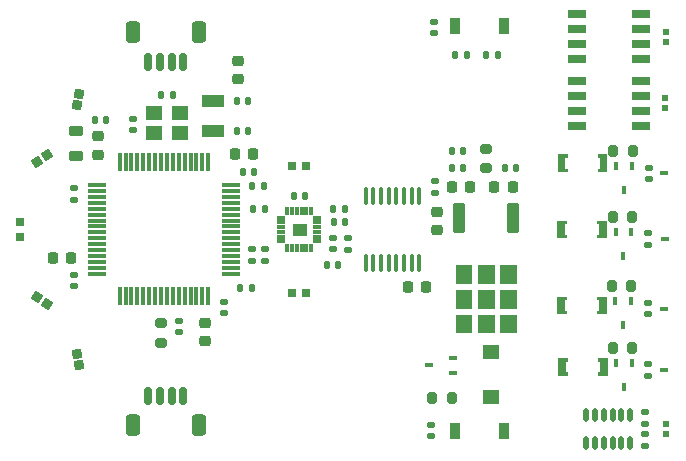
<source format=gbr>
%TF.GenerationSoftware,KiCad,Pcbnew,6.0.7-f9a2dced07~116~ubuntu20.04.1*%
%TF.CreationDate,2022-08-28T21:07:50+05:30*%
%TF.ProjectId,mushak_pcb,6d757368-616b-45f7-9063-622e6b696361,rev?*%
%TF.SameCoordinates,Original*%
%TF.FileFunction,Paste,Top*%
%TF.FilePolarity,Positive*%
%FSLAX46Y46*%
G04 Gerber Fmt 4.6, Leading zero omitted, Abs format (unit mm)*
G04 Created by KiCad (PCBNEW 6.0.7-f9a2dced07~116~ubuntu20.04.1) date 2022-08-28 21:07:50*
%MOMM*%
%LPD*%
G01*
G04 APERTURE LIST*
G04 Aperture macros list*
%AMRoundRect*
0 Rectangle with rounded corners*
0 $1 Rounding radius*
0 $2 $3 $4 $5 $6 $7 $8 $9 X,Y pos of 4 corners*
0 Add a 4 corners polygon primitive as box body*
4,1,4,$2,$3,$4,$5,$6,$7,$8,$9,$2,$3,0*
0 Add four circle primitives for the rounded corners*
1,1,$1+$1,$2,$3*
1,1,$1+$1,$4,$5*
1,1,$1+$1,$6,$7*
1,1,$1+$1,$8,$9*
0 Add four rect primitives between the rounded corners*
20,1,$1+$1,$2,$3,$4,$5,0*
20,1,$1+$1,$4,$5,$6,$7,0*
20,1,$1+$1,$6,$7,$8,$9,0*
20,1,$1+$1,$8,$9,$2,$3,0*%
%AMRotRect*
0 Rectangle, with rotation*
0 The origin of the aperture is its center*
0 $1 length*
0 $2 width*
0 $3 Rotation angle, in degrees counterclockwise*
0 Add horizontal line*
21,1,$1,$2,0,0,$3*%
G04 Aperture macros list end*
%ADD10C,0.010000*%
%ADD11RoundRect,0.135000X0.135000X0.185000X-0.135000X0.185000X-0.135000X-0.185000X0.135000X-0.185000X0*%
%ADD12R,0.600000X0.500000*%
%ADD13RoundRect,0.140000X0.170000X-0.140000X0.170000X0.140000X-0.170000X0.140000X-0.170000X-0.140000X0*%
%ADD14RoundRect,0.135000X-0.185000X0.135000X-0.185000X-0.135000X0.185000X-0.135000X0.185000X0.135000X0*%
%ADD15RoundRect,0.140000X0.140000X0.170000X-0.140000X0.170000X-0.140000X-0.170000X0.140000X-0.170000X0*%
%ADD16RoundRect,0.225000X-0.250000X0.225000X-0.250000X-0.225000X0.250000X-0.225000X0.250000X0.225000X0*%
%ADD17R,0.800000X0.700000*%
%ADD18R,0.800000X0.400000*%
%ADD19R,1.900000X1.100000*%
%ADD20RotRect,0.800000X0.800000X260.000000*%
%ADD21RoundRect,0.200000X0.200000X0.275000X-0.200000X0.275000X-0.200000X-0.275000X0.200000X-0.275000X0*%
%ADD22R,0.950000X1.400000*%
%ADD23RoundRect,0.140000X-0.170000X0.140000X-0.170000X-0.140000X0.170000X-0.140000X0.170000X0.140000X0*%
%ADD24RoundRect,0.225000X0.225000X0.250000X-0.225000X0.250000X-0.225000X-0.250000X0.225000X-0.250000X0*%
%ADD25R,0.700000X0.450000*%
%ADD26RoundRect,0.135000X0.185000X-0.135000X0.185000X0.135000X-0.185000X0.135000X-0.185000X-0.135000X0*%
%ADD27R,0.450000X0.700000*%
%ADD28RoundRect,0.135000X-0.135000X-0.185000X0.135000X-0.185000X0.135000X0.185000X-0.135000X0.185000X0*%
%ADD29RoundRect,0.147500X0.172500X-0.147500X0.172500X0.147500X-0.172500X0.147500X-0.172500X-0.147500X0*%
%ADD30RoundRect,0.140000X-0.140000X-0.170000X0.140000X-0.170000X0.140000X0.170000X-0.140000X0.170000X0*%
%ADD31RoundRect,0.150000X-0.150000X-0.625000X0.150000X-0.625000X0.150000X0.625000X-0.150000X0.625000X0*%
%ADD32RoundRect,0.250000X-0.350000X-0.650000X0.350000X-0.650000X0.350000X0.650000X-0.350000X0.650000X0*%
%ADD33RoundRect,0.075000X-0.075000X0.700000X-0.075000X-0.700000X0.075000X-0.700000X0.075000X0.700000X0*%
%ADD34RoundRect,0.075000X-0.700000X0.075000X-0.700000X-0.075000X0.700000X-0.075000X0.700000X0.075000X0*%
%ADD35O,0.550000X1.150000*%
%ADD36R,1.500000X0.650000*%
%ADD37RoundRect,0.006600X0.103400X-0.313400X0.103400X0.313400X-0.103400X0.313400X-0.103400X-0.313400X0*%
%ADD38RoundRect,0.006600X0.313400X0.103400X-0.313400X0.103400X-0.313400X-0.103400X0.313400X-0.103400X0*%
%ADD39RoundRect,0.200000X-0.275000X0.200000X-0.275000X-0.200000X0.275000X-0.200000X0.275000X0.200000X0*%
%ADD40RoundRect,0.225000X-0.225000X-0.250000X0.225000X-0.250000X0.225000X0.250000X-0.225000X0.250000X0*%
%ADD41RoundRect,0.112800X-0.357200X1.147200X-0.357200X-1.147200X0.357200X-1.147200X0.357200X1.147200X0*%
%ADD42R,1.410000X1.260000*%
%ADD43R,0.700000X0.800000*%
%ADD44RoundRect,0.218750X0.381250X-0.218750X0.381250X0.218750X-0.381250X0.218750X-0.381250X-0.218750X0*%
%ADD45RoundRect,0.147500X0.147500X0.172500X-0.147500X0.172500X-0.147500X-0.172500X0.147500X-0.172500X0*%
%ADD46RoundRect,0.200000X0.275000X-0.200000X0.275000X0.200000X-0.275000X0.200000X-0.275000X-0.200000X0*%
%ADD47R,1.400000X1.200000*%
%ADD48RoundRect,0.200000X-0.200000X-0.275000X0.200000X-0.275000X0.200000X0.275000X-0.200000X0.275000X0*%
%ADD49RotRect,0.800000X0.800000X215.000000*%
%ADD50RoundRect,0.150000X0.150000X0.625000X-0.150000X0.625000X-0.150000X-0.625000X0.150000X-0.625000X0*%
%ADD51RoundRect,0.250000X0.350000X0.650000X-0.350000X0.650000X-0.350000X-0.650000X0.350000X-0.650000X0*%
%ADD52RotRect,0.800000X0.800000X280.000000*%
%ADD53RoundRect,0.100000X-0.100000X0.637500X-0.100000X-0.637500X0.100000X-0.637500X0.100000X0.637500X0*%
%ADD54RotRect,0.800000X0.800000X325.000000*%
G04 APERTURE END LIST*
%TO.C,A4*%
G36*
X196655000Y-90853750D02*
G01*
X196455000Y-90853750D01*
X196455000Y-91853750D01*
X196655000Y-91853750D01*
X196655000Y-92053750D01*
X195905000Y-92053750D01*
X195905000Y-90653750D01*
X196655000Y-90653750D01*
X196655000Y-90853750D01*
G37*
D10*
X196655000Y-90853750D02*
X196455000Y-90853750D01*
X196455000Y-91853750D01*
X196655000Y-91853750D01*
X196655000Y-92053750D01*
X195905000Y-92053750D01*
X195905000Y-90653750D01*
X196655000Y-90653750D01*
X196655000Y-90853750D01*
G36*
X200005000Y-92053750D02*
G01*
X199255000Y-92053750D01*
X199255000Y-91853750D01*
X199455000Y-91853750D01*
X199455000Y-90853750D01*
X199255000Y-90853750D01*
X199255000Y-90653750D01*
X200005000Y-90653750D01*
X200005000Y-92053750D01*
G37*
X200005000Y-92053750D02*
X199255000Y-92053750D01*
X199255000Y-91853750D01*
X199455000Y-91853750D01*
X199455000Y-90853750D01*
X199255000Y-90853750D01*
X199255000Y-90653750D01*
X200005000Y-90653750D01*
X200005000Y-92053750D01*
%TO.C,A2*%
G36*
X200050000Y-109300000D02*
G01*
X199300000Y-109300000D01*
X199300000Y-109100000D01*
X199500000Y-109100000D01*
X199500000Y-108100000D01*
X199300000Y-108100000D01*
X199300000Y-107900000D01*
X200050000Y-107900000D01*
X200050000Y-109300000D01*
G37*
X200050000Y-109300000D02*
X199300000Y-109300000D01*
X199300000Y-109100000D01*
X199500000Y-109100000D01*
X199500000Y-108100000D01*
X199300000Y-108100000D01*
X199300000Y-107900000D01*
X200050000Y-107900000D01*
X200050000Y-109300000D01*
G36*
X196700000Y-108100000D02*
G01*
X196500000Y-108100000D01*
X196500000Y-109100000D01*
X196700000Y-109100000D01*
X196700000Y-109300000D01*
X195950000Y-109300000D01*
X195950000Y-107900000D01*
X196700000Y-107900000D01*
X196700000Y-108100000D01*
G37*
X196700000Y-108100000D02*
X196500000Y-108100000D01*
X196500000Y-109100000D01*
X196700000Y-109100000D01*
X196700000Y-109300000D01*
X195950000Y-109300000D01*
X195950000Y-107900000D01*
X196700000Y-107900000D01*
X196700000Y-108100000D01*
%TO.C,U5*%
G36*
X174540000Y-97485000D02*
G01*
X173460000Y-97485000D01*
X173460000Y-96515000D01*
X174540000Y-96515000D01*
X174540000Y-97485000D01*
G37*
X174540000Y-97485000D02*
X173460000Y-97485000D01*
X173460000Y-96515000D01*
X174540000Y-96515000D01*
X174540000Y-97485000D01*
%TO.C,U1*%
G36*
X190455000Y-105710000D02*
G01*
X189145000Y-105710000D01*
X189145000Y-104210000D01*
X190455000Y-104210000D01*
X190455000Y-105710000D01*
G37*
X190455000Y-105710000D02*
X189145000Y-105710000D01*
X189145000Y-104210000D01*
X190455000Y-104210000D01*
X190455000Y-105710000D01*
G36*
X188565000Y-103630000D02*
G01*
X187255000Y-103630000D01*
X187255000Y-102130000D01*
X188565000Y-102130000D01*
X188565000Y-103630000D01*
G37*
X188565000Y-103630000D02*
X187255000Y-103630000D01*
X187255000Y-102130000D01*
X188565000Y-102130000D01*
X188565000Y-103630000D01*
G36*
X192345000Y-101550000D02*
G01*
X191035000Y-101550000D01*
X191035000Y-100050000D01*
X192345000Y-100050000D01*
X192345000Y-101550000D01*
G37*
X192345000Y-101550000D02*
X191035000Y-101550000D01*
X191035000Y-100050000D01*
X192345000Y-100050000D01*
X192345000Y-101550000D01*
G36*
X192345000Y-103630000D02*
G01*
X191035000Y-103630000D01*
X191035000Y-102130000D01*
X192345000Y-102130000D01*
X192345000Y-103630000D01*
G37*
X192345000Y-103630000D02*
X191035000Y-103630000D01*
X191035000Y-102130000D01*
X192345000Y-102130000D01*
X192345000Y-103630000D01*
G36*
X190455000Y-103630000D02*
G01*
X189145000Y-103630000D01*
X189145000Y-102130000D01*
X190455000Y-102130000D01*
X190455000Y-103630000D01*
G37*
X190455000Y-103630000D02*
X189145000Y-103630000D01*
X189145000Y-102130000D01*
X190455000Y-102130000D01*
X190455000Y-103630000D01*
G36*
X190455000Y-101550000D02*
G01*
X189145000Y-101550000D01*
X189145000Y-100050000D01*
X190455000Y-100050000D01*
X190455000Y-101550000D01*
G37*
X190455000Y-101550000D02*
X189145000Y-101550000D01*
X189145000Y-100050000D01*
X190455000Y-100050000D01*
X190455000Y-101550000D01*
G36*
X188565000Y-105710000D02*
G01*
X187255000Y-105710000D01*
X187255000Y-104210000D01*
X188565000Y-104210000D01*
X188565000Y-105710000D01*
G37*
X188565000Y-105710000D02*
X187255000Y-105710000D01*
X187255000Y-104210000D01*
X188565000Y-104210000D01*
X188565000Y-105710000D01*
G36*
X192345000Y-105710000D02*
G01*
X191035000Y-105710000D01*
X191035000Y-104210000D01*
X192345000Y-104210000D01*
X192345000Y-105710000D01*
G37*
X192345000Y-105710000D02*
X191035000Y-105710000D01*
X191035000Y-104210000D01*
X192345000Y-104210000D01*
X192345000Y-105710000D01*
G36*
X188565000Y-101550000D02*
G01*
X187255000Y-101550000D01*
X187255000Y-100050000D01*
X188565000Y-100050000D01*
X188565000Y-101550000D01*
G37*
X188565000Y-101550000D02*
X187255000Y-101550000D01*
X187255000Y-100050000D01*
X188565000Y-100050000D01*
X188565000Y-101550000D01*
%TO.C,A3*%
G36*
X199955000Y-97650000D02*
G01*
X199205000Y-97650000D01*
X199205000Y-97450000D01*
X199405000Y-97450000D01*
X199405000Y-96450000D01*
X199205000Y-96450000D01*
X199205000Y-96250000D01*
X199955000Y-96250000D01*
X199955000Y-97650000D01*
G37*
X199955000Y-97650000D02*
X199205000Y-97650000D01*
X199205000Y-97450000D01*
X199405000Y-97450000D01*
X199405000Y-96450000D01*
X199205000Y-96450000D01*
X199205000Y-96250000D01*
X199955000Y-96250000D01*
X199955000Y-97650000D01*
G36*
X196605000Y-96450000D02*
G01*
X196405000Y-96450000D01*
X196405000Y-97450000D01*
X196605000Y-97450000D01*
X196605000Y-97650000D01*
X195855000Y-97650000D01*
X195855000Y-96250000D01*
X196605000Y-96250000D01*
X196605000Y-96450000D01*
G37*
X196605000Y-96450000D02*
X196405000Y-96450000D01*
X196405000Y-97450000D01*
X196605000Y-97450000D01*
X196605000Y-97650000D01*
X195855000Y-97650000D01*
X195855000Y-96250000D01*
X196605000Y-96250000D01*
X196605000Y-96450000D01*
%TO.C,A1*%
G36*
X199950000Y-104100000D02*
G01*
X199200000Y-104100000D01*
X199200000Y-103900000D01*
X199400000Y-103900000D01*
X199400000Y-102900000D01*
X199200000Y-102900000D01*
X199200000Y-102700000D01*
X199950000Y-102700000D01*
X199950000Y-104100000D01*
G37*
X199950000Y-104100000D02*
X199200000Y-104100000D01*
X199200000Y-103900000D01*
X199400000Y-103900000D01*
X199400000Y-102900000D01*
X199200000Y-102900000D01*
X199200000Y-102700000D01*
X199950000Y-102700000D01*
X199950000Y-104100000D01*
G36*
X196600000Y-102900000D02*
G01*
X196400000Y-102900000D01*
X196400000Y-103900000D01*
X196600000Y-103900000D01*
X196600000Y-104100000D01*
X195850000Y-104100000D01*
X195850000Y-102700000D01*
X196600000Y-102700000D01*
X196600000Y-102900000D01*
G37*
X196600000Y-102900000D02*
X196400000Y-102900000D01*
X196400000Y-103900000D01*
X196600000Y-103900000D01*
X196600000Y-104100000D01*
X195850000Y-104100000D01*
X195850000Y-102700000D01*
X196600000Y-102700000D01*
X196600000Y-102900000D01*
%TD*%
D11*
%TO.C,R26*%
X171110000Y-95250000D03*
X170090000Y-95250000D03*
%TD*%
D12*
%TO.C,J4*%
X204950000Y-86700000D03*
X204950000Y-85900000D03*
%TD*%
D13*
%TO.C,C6*%
X203550000Y-109380000D03*
X203550000Y-108420000D03*
%TD*%
D14*
%TO.C,R15*%
X203250000Y-114290000D03*
X203250000Y-115310000D03*
%TD*%
D15*
%TO.C,C11*%
X163280000Y-85600000D03*
X162320000Y-85600000D03*
%TD*%
D16*
%TO.C,C2*%
X166000000Y-104925000D03*
X166000000Y-106475000D03*
%TD*%
D17*
%TO.C,J11*%
X174600000Y-91650000D03*
X173400000Y-91650000D03*
%TD*%
D18*
%TO.C,J8*%
X204950000Y-97850000D03*
%TD*%
D19*
%TO.C,Y2*%
X166700000Y-88650000D03*
X166700000Y-86150000D03*
%TD*%
D20*
%TO.C,J16*%
X155163176Y-86492404D03*
X155336824Y-85507596D03*
%TD*%
D21*
%TO.C,R12*%
X202175000Y-107000000D03*
X200525000Y-107000000D03*
%TD*%
D14*
%TO.C,R20*%
X178100000Y-97690000D03*
X178100000Y-98710000D03*
%TD*%
D22*
%TO.C,SW2*%
X187225000Y-114100000D03*
X191375000Y-114100000D03*
%TD*%
D18*
%TO.C,J7*%
X204900000Y-108900000D03*
%TD*%
D23*
%TO.C,C9*%
X154900000Y-100820000D03*
X154900000Y-101780000D03*
%TD*%
D24*
%TO.C,C8*%
X192075000Y-93400000D03*
X190525000Y-93400000D03*
%TD*%
D17*
%TO.C,J13*%
X173400000Y-102350000D03*
X174600000Y-102350000D03*
%TD*%
D25*
%TO.C,Q1*%
X187000000Y-109150000D03*
X187000000Y-107850000D03*
X185000000Y-108500000D03*
%TD*%
D13*
%TO.C,C15*%
X159900000Y-88580000D03*
X159900000Y-87620000D03*
%TD*%
%TO.C,C37*%
X203600000Y-92730000D03*
X203600000Y-91770000D03*
%TD*%
D16*
%TO.C,C19*%
X157000000Y-89125000D03*
X157000000Y-90675000D03*
%TD*%
D26*
%TO.C,R14*%
X203250000Y-113510000D03*
X203250000Y-112490000D03*
%TD*%
D27*
%TO.C,Q3*%
X202150000Y-108300000D03*
X200850000Y-108300000D03*
X201500000Y-110300000D03*
%TD*%
D28*
%TO.C,R3*%
X189790000Y-82200000D03*
X190810000Y-82200000D03*
%TD*%
D11*
%TO.C,R2*%
X188210000Y-82200000D03*
X187190000Y-82200000D03*
%TD*%
D23*
%TO.C,C10*%
X167600000Y-103120000D03*
X167600000Y-104080000D03*
%TD*%
D29*
%TO.C,D6*%
X163800000Y-105685000D03*
X163800000Y-104715000D03*
%TD*%
D15*
%TO.C,C32*%
X177880000Y-96400000D03*
X176920000Y-96400000D03*
%TD*%
D18*
%TO.C,J6*%
X204900000Y-103700000D03*
%TD*%
D30*
%TO.C,C16*%
X169220000Y-92100000D03*
X170180000Y-92100000D03*
%TD*%
D31*
%TO.C,J3*%
X161200000Y-82825000D03*
X162200000Y-82825000D03*
X163200000Y-82825000D03*
X164200000Y-82825000D03*
D32*
X165500000Y-80300000D03*
X159900000Y-80300000D03*
%TD*%
D14*
%TO.C,R17*%
X170000000Y-98690000D03*
X170000000Y-99710000D03*
%TD*%
D27*
%TO.C,Q2*%
X202050000Y-103100000D03*
X200750000Y-103100000D03*
X201400000Y-105100000D03*
%TD*%
D21*
%TO.C,R7*%
X202125000Y-101800000D03*
X200475000Y-101800000D03*
%TD*%
D13*
%TO.C,C3*%
X185400000Y-80380000D03*
X185400000Y-79420000D03*
%TD*%
D27*
%TO.C,Q4*%
X202100000Y-97250000D03*
X200800000Y-97250000D03*
X201450000Y-99250000D03*
%TD*%
D33*
%TO.C,U6*%
X166300000Y-91325000D03*
X165800000Y-91325000D03*
X165300000Y-91325000D03*
X164800000Y-91325000D03*
X164300000Y-91325000D03*
X163800000Y-91325000D03*
X163300000Y-91325000D03*
X162800000Y-91325000D03*
X162300000Y-91325000D03*
X161800000Y-91325000D03*
X161300000Y-91325000D03*
X160800000Y-91325000D03*
X160300000Y-91325000D03*
X159800000Y-91325000D03*
X159300000Y-91325000D03*
X158800000Y-91325000D03*
D34*
X156875000Y-93250000D03*
X156875000Y-93750000D03*
X156875000Y-94250000D03*
X156875000Y-94750000D03*
X156875000Y-95250000D03*
X156875000Y-95750000D03*
X156875000Y-96250000D03*
X156875000Y-96750000D03*
X156875000Y-97250000D03*
X156875000Y-97750000D03*
X156875000Y-98250000D03*
X156875000Y-98750000D03*
X156875000Y-99250000D03*
X156875000Y-99750000D03*
X156875000Y-100250000D03*
X156875000Y-100750000D03*
D33*
X158800000Y-102675000D03*
X159300000Y-102675000D03*
X159800000Y-102675000D03*
X160300000Y-102675000D03*
X160800000Y-102675000D03*
X161300000Y-102675000D03*
X161800000Y-102675000D03*
X162300000Y-102675000D03*
X162800000Y-102675000D03*
X163300000Y-102675000D03*
X163800000Y-102675000D03*
X164300000Y-102675000D03*
X164800000Y-102675000D03*
X165300000Y-102675000D03*
X165800000Y-102675000D03*
X166300000Y-102675000D03*
D34*
X168225000Y-100750000D03*
X168225000Y-100250000D03*
X168225000Y-99750000D03*
X168225000Y-99250000D03*
X168225000Y-98750000D03*
X168225000Y-98250000D03*
X168225000Y-97750000D03*
X168225000Y-97250000D03*
X168225000Y-96750000D03*
X168225000Y-96250000D03*
X168225000Y-95750000D03*
X168225000Y-95250000D03*
X168225000Y-94750000D03*
X168225000Y-94250000D03*
X168225000Y-93750000D03*
X168225000Y-93250000D03*
%TD*%
D30*
%TO.C,C21*%
X168700000Y-86150000D03*
X169660000Y-86150000D03*
%TD*%
%TO.C,C14*%
X170020000Y-93300000D03*
X170980000Y-93300000D03*
%TD*%
D35*
%TO.C,U4*%
X198275000Y-115100000D03*
X199025000Y-115100000D03*
X199775000Y-115100000D03*
X200525000Y-115100000D03*
X201275000Y-115100000D03*
X202025000Y-115100000D03*
X202025000Y-112700000D03*
X201275000Y-112700000D03*
X200525000Y-112700000D03*
X199775000Y-112700000D03*
X199025000Y-112700000D03*
X198275000Y-112700000D03*
%TD*%
D36*
%TO.C,IC2*%
X197550000Y-78795000D03*
X197550000Y-80065000D03*
X197550000Y-81335000D03*
X197550000Y-82605000D03*
X202950000Y-82605000D03*
X202950000Y-81335000D03*
X202950000Y-80065000D03*
X202950000Y-78795000D03*
%TD*%
D15*
%TO.C,C33*%
X174480000Y-94200000D03*
X173520000Y-94200000D03*
%TD*%
D37*
%TO.C,U5*%
X173000000Y-98545000D03*
X173400000Y-98545000D03*
X173800000Y-98545000D03*
X174200000Y-98545000D03*
X174600000Y-98545000D03*
X175000000Y-98545000D03*
D38*
X175545000Y-98000000D03*
X175545000Y-97600000D03*
X175545000Y-97200000D03*
X175545000Y-96800000D03*
X175545000Y-96400000D03*
X175545000Y-96000000D03*
D37*
X175000000Y-95455000D03*
X174600000Y-95455000D03*
X174200000Y-95455000D03*
X173800000Y-95455000D03*
X173400000Y-95455000D03*
X173000000Y-95455000D03*
D38*
X172455000Y-96000000D03*
X172455000Y-96400000D03*
X172455000Y-96800000D03*
X172455000Y-97200000D03*
X172455000Y-97600000D03*
X172455000Y-98000000D03*
%TD*%
D15*
%TO.C,C24*%
X192380000Y-91800000D03*
X191420000Y-91800000D03*
%TD*%
D39*
%TO.C,R21*%
X162300000Y-104925000D03*
X162300000Y-106575000D03*
%TD*%
D16*
%TO.C,C12*%
X168800000Y-82725000D03*
X168800000Y-84275000D03*
%TD*%
%TO.C,C27*%
X185700000Y-95525000D03*
X185700000Y-97075000D03*
%TD*%
D13*
%TO.C,C4*%
X185200000Y-114480000D03*
X185200000Y-113520000D03*
%TD*%
D40*
%TO.C,C28*%
X183225000Y-101900000D03*
X184775000Y-101900000D03*
%TD*%
D30*
%TO.C,C17*%
X156720000Y-87700000D03*
X157680000Y-87700000D03*
%TD*%
D13*
%TO.C,C7*%
X154900000Y-94480000D03*
X154900000Y-93520000D03*
%TD*%
D27*
%TO.C,Q5*%
X202150000Y-91650000D03*
X200850000Y-91650000D03*
X201500000Y-93650000D03*
%TD*%
D30*
%TO.C,C25*%
X186920000Y-91800000D03*
X187880000Y-91800000D03*
%TD*%
D40*
%TO.C,C13*%
X186925000Y-93400000D03*
X188475000Y-93400000D03*
%TD*%
%TO.C,C18*%
X168525000Y-90600000D03*
X170075000Y-90600000D03*
%TD*%
D30*
%TO.C,C20*%
X168710000Y-88640000D03*
X169670000Y-88640000D03*
%TD*%
D21*
%TO.C,R24*%
X202225000Y-90350000D03*
X200575000Y-90350000D03*
%TD*%
D41*
%TO.C,U1*%
X192080000Y-96060000D03*
X187520000Y-96060000D03*
%TD*%
D26*
%TO.C,R25*%
X185500000Y-93910000D03*
X185500000Y-92890000D03*
%TD*%
D24*
%TO.C,C1*%
X154675000Y-99400000D03*
X153125000Y-99400000D03*
%TD*%
D13*
%TO.C,C5*%
X203500000Y-104180000D03*
X203500000Y-103220000D03*
%TD*%
D42*
%TO.C,BZ1*%
X190200000Y-111225000D03*
X190200000Y-107375000D03*
%TD*%
D12*
%TO.C,J17*%
X205050000Y-114300000D03*
X205050000Y-113500000D03*
%TD*%
D43*
%TO.C,J15*%
X150400000Y-96400000D03*
X150400000Y-97600000D03*
%TD*%
D44*
%TO.C,FB1*%
X155100000Y-90762500D03*
X155100000Y-88637500D03*
%TD*%
D45*
%TO.C,D1*%
X187885000Y-90400000D03*
X186915000Y-90400000D03*
%TD*%
D46*
%TO.C,R4*%
X189800000Y-91825000D03*
X189800000Y-90175000D03*
%TD*%
D47*
%TO.C,Y1*%
X163900000Y-87150000D03*
X161700000Y-87150000D03*
X161700000Y-88850000D03*
X163900000Y-88850000D03*
%TD*%
D21*
%TO.C,R23*%
X202175000Y-95950000D03*
X200525000Y-95950000D03*
%TD*%
D22*
%TO.C,SW1*%
X187225000Y-79800000D03*
X191375000Y-79800000D03*
%TD*%
D12*
%TO.C,J5*%
X205070000Y-81100000D03*
X205070000Y-80300000D03*
%TD*%
D28*
%TO.C,R18*%
X176890000Y-95300000D03*
X177910000Y-95300000D03*
%TD*%
D13*
%TO.C,C36*%
X203550000Y-98280000D03*
X203550000Y-97320000D03*
%TD*%
D48*
%TO.C,R1*%
X185275000Y-111300000D03*
X186925000Y-111300000D03*
%TD*%
D49*
%TO.C,J14*%
X151840424Y-91286788D03*
X152659576Y-90713212D03*
%TD*%
D50*
%TO.C,J1*%
X164200000Y-111075000D03*
X163200000Y-111075000D03*
X162200000Y-111075000D03*
X161200000Y-111075000D03*
D51*
X165500000Y-113600000D03*
X159900000Y-113600000D03*
%TD*%
D15*
%TO.C,C26*%
X177280000Y-100000000D03*
X176320000Y-100000000D03*
%TD*%
D23*
%TO.C,C31*%
X176900000Y-97720000D03*
X176900000Y-98680000D03*
%TD*%
D52*
%TO.C,J10*%
X155386824Y-108492404D03*
X155213176Y-107507596D03*
%TD*%
D28*
%TO.C,R19*%
X168990000Y-102000000D03*
X170010000Y-102000000D03*
%TD*%
D53*
%TO.C,U3*%
X184175000Y-94137500D03*
X183525000Y-94137500D03*
X182875000Y-94137500D03*
X182225000Y-94137500D03*
X181575000Y-94137500D03*
X180925000Y-94137500D03*
X180275000Y-94137500D03*
X179625000Y-94137500D03*
X179625000Y-99862500D03*
X180275000Y-99862500D03*
X180925000Y-99862500D03*
X181575000Y-99862500D03*
X182225000Y-99862500D03*
X182875000Y-99862500D03*
X183525000Y-99862500D03*
X184175000Y-99862500D03*
%TD*%
D14*
%TO.C,R16*%
X171100000Y-98690000D03*
X171100000Y-99710000D03*
%TD*%
D36*
%TO.C,IC1*%
X197550000Y-84395000D03*
X197550000Y-85665000D03*
X197550000Y-86935000D03*
X197550000Y-88205000D03*
X202950000Y-88205000D03*
X202950000Y-86935000D03*
X202950000Y-85665000D03*
X202950000Y-84395000D03*
%TD*%
D18*
%TO.C,J9*%
X204900000Y-92250000D03*
%TD*%
D54*
%TO.C,J12*%
X152659576Y-103286788D03*
X151840424Y-102713212D03*
%TD*%
M02*

</source>
